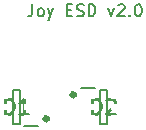
<source format=gbr>
%TF.GenerationSoftware,KiCad,Pcbnew,(5.1.9)-1*%
%TF.CreationDate,2022-04-17T16:00:32-05:00*%
%TF.ProjectId,joy-esd-v2,6a6f792d-6573-4642-9d76-322e6b696361,rev?*%
%TF.SameCoordinates,Original*%
%TF.FileFunction,Legend,Top*%
%TF.FilePolarity,Positive*%
%FSLAX46Y46*%
G04 Gerber Fmt 4.6, Leading zero omitted, Abs format (unit mm)*
G04 Created by KiCad (PCBNEW (5.1.9)-1) date 2022-04-17 16:00:32*
%MOMM*%
%LPD*%
G01*
G04 APERTURE LIST*
%ADD10C,0.500000*%
%ADD11C,0.200000*%
%ADD12C,0.254000*%
%ADD13R,1.200000X0.600000*%
%ADD14C,2.200000*%
G04 APERTURE END LIST*
D10*
X157072000Y-90678000D02*
G75*
G03*
X157072000Y-90678000I-100000J0D01*
G01*
X154786000Y-92710000D02*
G75*
G03*
X154786000Y-92710000I-100000J0D01*
G01*
D11*
X153535619Y-83018380D02*
X153535619Y-83732666D01*
X153488000Y-83875523D01*
X153392761Y-83970761D01*
X153249904Y-84018380D01*
X153154666Y-84018380D01*
X154154666Y-84018380D02*
X154059428Y-83970761D01*
X154011809Y-83923142D01*
X153964190Y-83827904D01*
X153964190Y-83542190D01*
X154011809Y-83446952D01*
X154059428Y-83399333D01*
X154154666Y-83351714D01*
X154297523Y-83351714D01*
X154392761Y-83399333D01*
X154440380Y-83446952D01*
X154488000Y-83542190D01*
X154488000Y-83827904D01*
X154440380Y-83923142D01*
X154392761Y-83970761D01*
X154297523Y-84018380D01*
X154154666Y-84018380D01*
X154821333Y-83351714D02*
X155059428Y-84018380D01*
X155297523Y-83351714D02*
X155059428Y-84018380D01*
X154964190Y-84256476D01*
X154916571Y-84304095D01*
X154821333Y-84351714D01*
X156440380Y-83494571D02*
X156773714Y-83494571D01*
X156916571Y-84018380D02*
X156440380Y-84018380D01*
X156440380Y-83018380D01*
X156916571Y-83018380D01*
X157297523Y-83970761D02*
X157440380Y-84018380D01*
X157678476Y-84018380D01*
X157773714Y-83970761D01*
X157821333Y-83923142D01*
X157868952Y-83827904D01*
X157868952Y-83732666D01*
X157821333Y-83637428D01*
X157773714Y-83589809D01*
X157678476Y-83542190D01*
X157488000Y-83494571D01*
X157392761Y-83446952D01*
X157345142Y-83399333D01*
X157297523Y-83304095D01*
X157297523Y-83208857D01*
X157345142Y-83113619D01*
X157392761Y-83066000D01*
X157488000Y-83018380D01*
X157726095Y-83018380D01*
X157868952Y-83066000D01*
X158297523Y-84018380D02*
X158297523Y-83018380D01*
X158535619Y-83018380D01*
X158678476Y-83066000D01*
X158773714Y-83161238D01*
X158821333Y-83256476D01*
X158868952Y-83446952D01*
X158868952Y-83589809D01*
X158821333Y-83780285D01*
X158773714Y-83875523D01*
X158678476Y-83970761D01*
X158535619Y-84018380D01*
X158297523Y-84018380D01*
X159964190Y-83351714D02*
X160202285Y-84018380D01*
X160440380Y-83351714D01*
X160773714Y-83113619D02*
X160821333Y-83066000D01*
X160916571Y-83018380D01*
X161154666Y-83018380D01*
X161249904Y-83066000D01*
X161297523Y-83113619D01*
X161345142Y-83208857D01*
X161345142Y-83304095D01*
X161297523Y-83446952D01*
X160726095Y-84018380D01*
X161345142Y-84018380D01*
X161773714Y-83923142D02*
X161821333Y-83970761D01*
X161773714Y-84018380D01*
X161726095Y-83970761D01*
X161773714Y-83923142D01*
X161773714Y-84018380D01*
X162440380Y-83018380D02*
X162535619Y-83018380D01*
X162630857Y-83066000D01*
X162678476Y-83113619D01*
X162726095Y-83208857D01*
X162773714Y-83399333D01*
X162773714Y-83637428D01*
X162726095Y-83827904D01*
X162678476Y-83923142D01*
X162630857Y-83970761D01*
X162535619Y-84018380D01*
X162440380Y-84018380D01*
X162345142Y-83970761D01*
X162297523Y-83923142D01*
X162249904Y-83827904D01*
X162202285Y-83637428D01*
X162202285Y-83399333D01*
X162249904Y-83208857D01*
X162297523Y-83113619D01*
X162345142Y-83066000D01*
X162440380Y-83018380D01*
%TO.C,D2*%
X157662000Y-90094000D02*
X158862000Y-90094000D01*
X159212000Y-93154000D02*
X159212000Y-90234000D01*
X159812000Y-93154000D02*
X159212000Y-93154000D01*
X159812000Y-90234000D02*
X159812000Y-93154000D01*
X159212000Y-90234000D02*
X159812000Y-90234000D01*
%TO.C,D1*%
X153996000Y-93294000D02*
X152796000Y-93294000D01*
X152446000Y-90234000D02*
X152446000Y-93154000D01*
X151846000Y-90234000D02*
X152446000Y-90234000D01*
X151846000Y-93154000D02*
X151846000Y-90234000D01*
X152446000Y-93154000D02*
X151846000Y-93154000D01*
%TO.C,D2*%
D12*
X158574619Y-92268523D02*
X158574619Y-90998523D01*
X158877000Y-90998523D01*
X159058428Y-91059000D01*
X159179380Y-91179952D01*
X159239857Y-91300904D01*
X159300333Y-91542809D01*
X159300333Y-91724238D01*
X159239857Y-91966142D01*
X159179380Y-92087095D01*
X159058428Y-92208047D01*
X158877000Y-92268523D01*
X158574619Y-92268523D01*
X159784142Y-91119476D02*
X159844619Y-91059000D01*
X159965571Y-90998523D01*
X160267952Y-90998523D01*
X160388904Y-91059000D01*
X160449380Y-91119476D01*
X160509857Y-91240428D01*
X160509857Y-91361380D01*
X160449380Y-91542809D01*
X159723666Y-92268523D01*
X160509857Y-92268523D01*
%TO.C,D1*%
X151208619Y-92268523D02*
X151208619Y-90998523D01*
X151511000Y-90998523D01*
X151692428Y-91059000D01*
X151813380Y-91179952D01*
X151873857Y-91300904D01*
X151934333Y-91542809D01*
X151934333Y-91724238D01*
X151873857Y-91966142D01*
X151813380Y-92087095D01*
X151692428Y-92208047D01*
X151511000Y-92268523D01*
X151208619Y-92268523D01*
X153143857Y-92268523D02*
X152418142Y-92268523D01*
X152781000Y-92268523D02*
X152781000Y-90998523D01*
X152660047Y-91179952D01*
X152539095Y-91300904D01*
X152418142Y-91361380D01*
%TD*%
%LPC*%
D13*
%TO.C,D2*%
X160762000Y-90744000D03*
X160762000Y-91694000D03*
X160762000Y-92644000D03*
X158262000Y-92644000D03*
X158262000Y-91694000D03*
X158262000Y-90744000D03*
%TD*%
%TO.C,D1*%
X150896000Y-92644000D03*
X150896000Y-91694000D03*
X150896000Y-90744000D03*
X153396000Y-90744000D03*
X153396000Y-91694000D03*
X153396000Y-92644000D03*
%TD*%
%TO.C,TP1*%
G36*
G01*
X155456000Y-93206000D02*
X155456000Y-91706000D01*
G75*
G02*
X155706000Y-91456000I250000J0D01*
G01*
X156206000Y-91456000D01*
G75*
G02*
X156456000Y-91706000I0J-250000D01*
G01*
X156456000Y-93206000D01*
G75*
G02*
X156206000Y-93456000I-250000J0D01*
G01*
X155706000Y-93456000D01*
G75*
G02*
X155456000Y-93206000I0J250000D01*
G01*
G37*
%TD*%
D14*
%TO.C,J1*%
X152145000Y-88319338D03*
X154915000Y-88319338D03*
X157685000Y-88319338D03*
X160455000Y-88319338D03*
X150760000Y-85479338D03*
X153530000Y-85479338D03*
X156300000Y-85479338D03*
X159070000Y-85479338D03*
X161840000Y-85479338D03*
%TD*%
M02*

</source>
